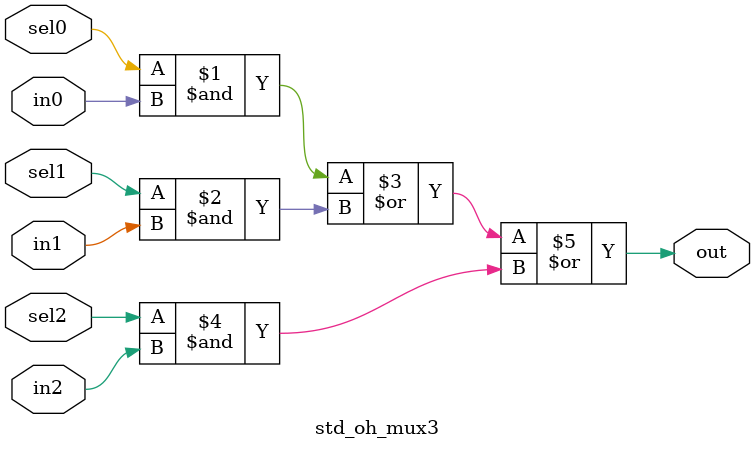
<source format=sv>


module std_oh_mux3 #(parameter DW = 1 ) // width of mux
(
	input 	    sel2,
	input 	    sel1,
	input 	    sel0,
	input [DW-1:0]  in2,
	input [DW-1:0]  in1,
	input [DW-1:0]  in0, 
	output [DW-1:0] out  //selected data output
);

assign out[DW-1:0] = ({(DW){sel0}} & in0[DW-1:0] /*IN 0*/ | 
	{(DW){sel1}} & in1[DW-1:0] /*IN 1*/ | 
	{(DW){sel2}} & in2[DW-1:0] /*IN 2*/);


endmodule // std_oh_mux3


</source>
